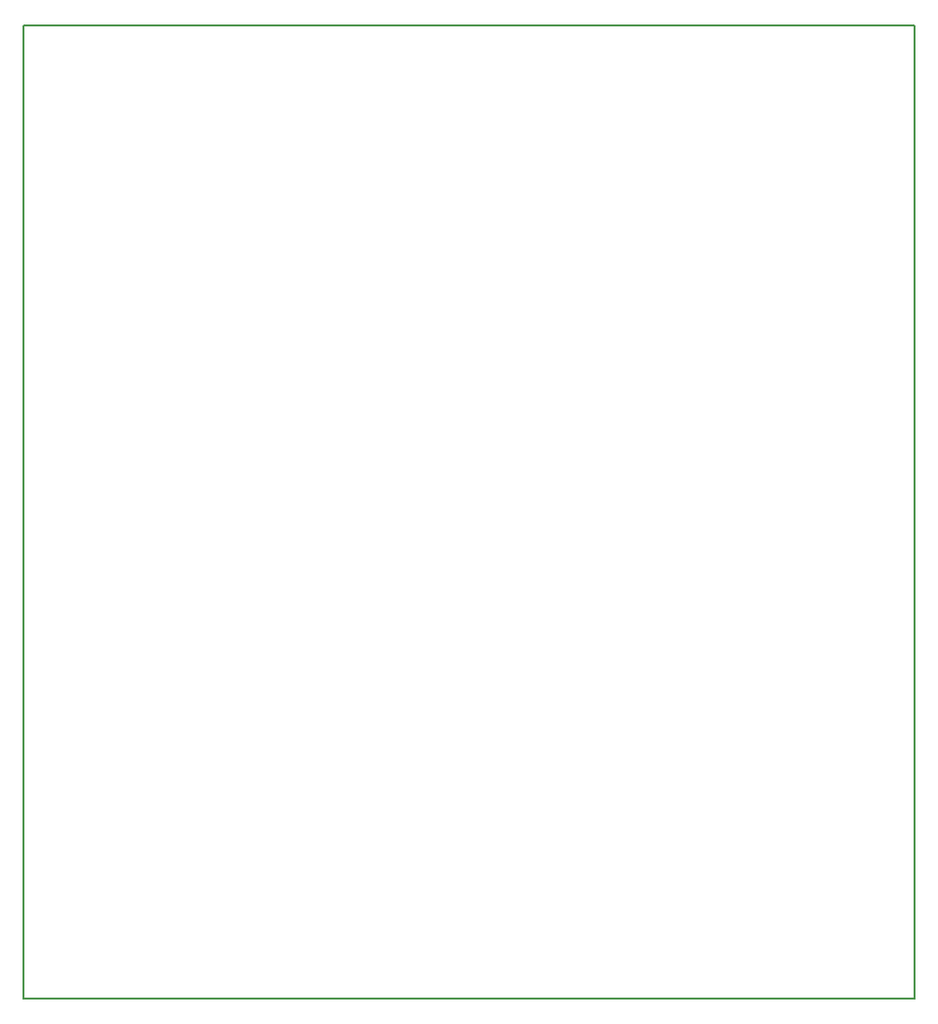
<source format=gm1>
G04 MADE WITH FRITZING*
G04 WWW.FRITZING.ORG*
G04 DOUBLE SIDED*
G04 HOLES PLATED*
G04 CONTOUR ON CENTER OF CONTOUR VECTOR*
%ASAXBY*%
%FSLAX23Y23*%
%MOIN*%
%OFA0B0*%
%SFA1.0B1.0*%
%ADD10R,3.047950X3.323970*%
%ADD11C,0.008000*%
%ADD10C,0.008*%
%LNCONTOUR*%
G90*
G70*
G54D10*
G54D11*
X4Y3320D02*
X3044Y3320D01*
X3044Y4D01*
X4Y4D01*
X4Y3320D01*
D02*
G04 End of contour*
M02*
</source>
